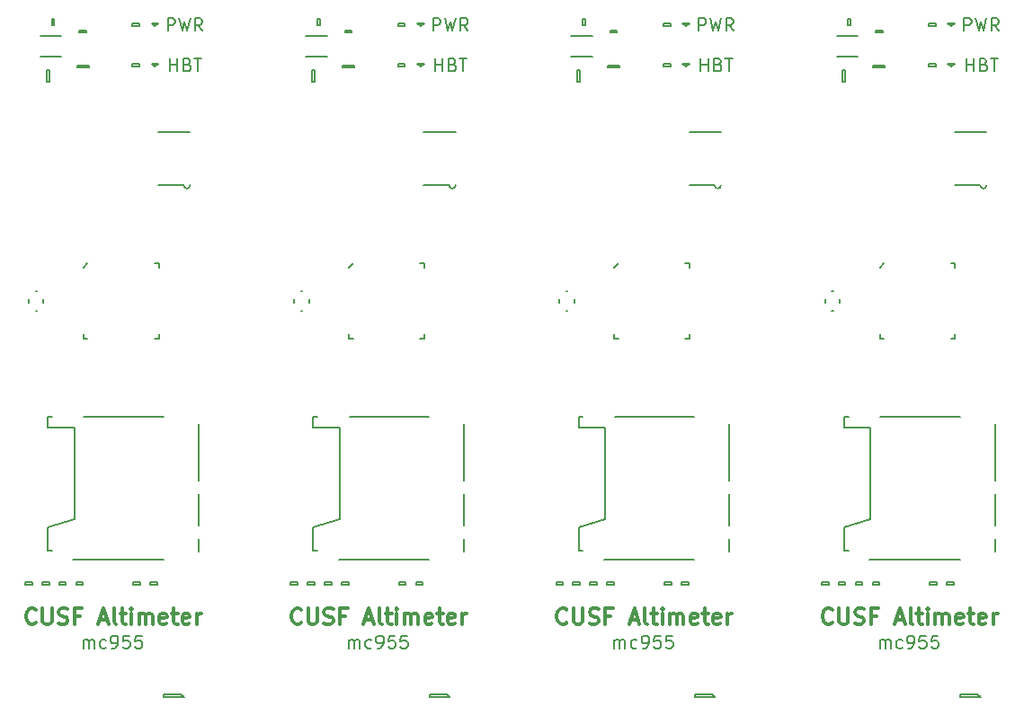
<source format=gto>
G04 #@! TF.GenerationSoftware,KiCad,Pcbnew,no-vcs-found-835c19f~60~ubuntu16.04.1*
G04 #@! TF.CreationDate,2017-10-18T23:44:36+01:00*
G04 #@! TF.ProjectId,panel_altimeter,70616E656C5F616C74696D657465722E,rev?*
G04 #@! TF.SameCoordinates,Original*
G04 #@! TF.FileFunction,Legend,Top*
G04 #@! TF.FilePolarity,Positive*
%FSLAX46Y46*%
G04 Gerber Fmt 4.6, Leading zero omitted, Abs format (unit mm)*
G04 Created by KiCad (PCBNEW no-vcs-found-835c19f~60~ubuntu16.04.1) date Wed Oct 18 23:44:36 2017*
%MOMM*%
%LPD*%
G01*
G04 APERTURE LIST*
%ADD10C,0.300000*%
%ADD11C,0.200000*%
%ADD12C,0.150000*%
G04 APERTURE END LIST*
D10*
X99778571Y-95335714D02*
X99707142Y-95407142D01*
X99492857Y-95478571D01*
X99350000Y-95478571D01*
X99135714Y-95407142D01*
X98992857Y-95264285D01*
X98921428Y-95121428D01*
X98850000Y-94835714D01*
X98850000Y-94621428D01*
X98921428Y-94335714D01*
X98992857Y-94192857D01*
X99135714Y-94050000D01*
X99350000Y-93978571D01*
X99492857Y-93978571D01*
X99707142Y-94050000D01*
X99778571Y-94121428D01*
X100421428Y-93978571D02*
X100421428Y-95192857D01*
X100492857Y-95335714D01*
X100564285Y-95407142D01*
X100707142Y-95478571D01*
X100992857Y-95478571D01*
X101135714Y-95407142D01*
X101207142Y-95335714D01*
X101278571Y-95192857D01*
X101278571Y-93978571D01*
X101921428Y-95407142D02*
X102135714Y-95478571D01*
X102492857Y-95478571D01*
X102635714Y-95407142D01*
X102707142Y-95335714D01*
X102778571Y-95192857D01*
X102778571Y-95050000D01*
X102707142Y-94907142D01*
X102635714Y-94835714D01*
X102492857Y-94764285D01*
X102207142Y-94692857D01*
X102064285Y-94621428D01*
X101992857Y-94550000D01*
X101921428Y-94407142D01*
X101921428Y-94264285D01*
X101992857Y-94121428D01*
X102064285Y-94050000D01*
X102207142Y-93978571D01*
X102564285Y-93978571D01*
X102778571Y-94050000D01*
X103921428Y-94692857D02*
X103421428Y-94692857D01*
X103421428Y-95478571D02*
X103421428Y-93978571D01*
X104135714Y-93978571D01*
X105778571Y-95050000D02*
X106492857Y-95050000D01*
X105635714Y-95478571D02*
X106135714Y-93978571D01*
X106635714Y-95478571D01*
X107350000Y-95478571D02*
X107207142Y-95407142D01*
X107135714Y-95264285D01*
X107135714Y-93978571D01*
X107707142Y-94478571D02*
X108278571Y-94478571D01*
X107921428Y-93978571D02*
X107921428Y-95264285D01*
X107992857Y-95407142D01*
X108135714Y-95478571D01*
X108278571Y-95478571D01*
X108778571Y-95478571D02*
X108778571Y-94478571D01*
X108778571Y-93978571D02*
X108707142Y-94050000D01*
X108778571Y-94121428D01*
X108850000Y-94050000D01*
X108778571Y-93978571D01*
X108778571Y-94121428D01*
X109492857Y-95478571D02*
X109492857Y-94478571D01*
X109492857Y-94621428D02*
X109564285Y-94550000D01*
X109707142Y-94478571D01*
X109921428Y-94478571D01*
X110064285Y-94550000D01*
X110135714Y-94692857D01*
X110135714Y-95478571D01*
X110135714Y-94692857D02*
X110207142Y-94550000D01*
X110350000Y-94478571D01*
X110564285Y-94478571D01*
X110707142Y-94550000D01*
X110778571Y-94692857D01*
X110778571Y-95478571D01*
X112064285Y-95407142D02*
X111921428Y-95478571D01*
X111635714Y-95478571D01*
X111492857Y-95407142D01*
X111421428Y-95264285D01*
X111421428Y-94692857D01*
X111492857Y-94550000D01*
X111635714Y-94478571D01*
X111921428Y-94478571D01*
X112064285Y-94550000D01*
X112135714Y-94692857D01*
X112135714Y-94835714D01*
X111421428Y-94978571D01*
X112564285Y-94478571D02*
X113135714Y-94478571D01*
X112778571Y-93978571D02*
X112778571Y-95264285D01*
X112850000Y-95407142D01*
X112992857Y-95478571D01*
X113135714Y-95478571D01*
X114207142Y-95407142D02*
X114064285Y-95478571D01*
X113778571Y-95478571D01*
X113635714Y-95407142D01*
X113564285Y-95264285D01*
X113564285Y-94692857D01*
X113635714Y-94550000D01*
X113778571Y-94478571D01*
X114064285Y-94478571D01*
X114207142Y-94550000D01*
X114278571Y-94692857D01*
X114278571Y-94835714D01*
X113564285Y-94978571D01*
X114921428Y-95478571D02*
X114921428Y-94478571D01*
X114921428Y-94764285D02*
X114992857Y-94621428D01*
X115064285Y-94550000D01*
X115207142Y-94478571D01*
X115350000Y-94478571D01*
D11*
X104257142Y-97742857D02*
X104257142Y-96942857D01*
X104257142Y-97057142D02*
X104314285Y-97000000D01*
X104428571Y-96942857D01*
X104600000Y-96942857D01*
X104714285Y-97000000D01*
X104771428Y-97114285D01*
X104771428Y-97742857D01*
X104771428Y-97114285D02*
X104828571Y-97000000D01*
X104942857Y-96942857D01*
X105114285Y-96942857D01*
X105228571Y-97000000D01*
X105285714Y-97114285D01*
X105285714Y-97742857D01*
X106371428Y-97685714D02*
X106257142Y-97742857D01*
X106028571Y-97742857D01*
X105914285Y-97685714D01*
X105857142Y-97628571D01*
X105800000Y-97514285D01*
X105800000Y-97171428D01*
X105857142Y-97057142D01*
X105914285Y-97000000D01*
X106028571Y-96942857D01*
X106257142Y-96942857D01*
X106371428Y-97000000D01*
X106942857Y-97742857D02*
X107171428Y-97742857D01*
X107285714Y-97685714D01*
X107342857Y-97628571D01*
X107457142Y-97457142D01*
X107514285Y-97228571D01*
X107514285Y-96771428D01*
X107457142Y-96657142D01*
X107400000Y-96600000D01*
X107285714Y-96542857D01*
X107057142Y-96542857D01*
X106942857Y-96600000D01*
X106885714Y-96657142D01*
X106828571Y-96771428D01*
X106828571Y-97057142D01*
X106885714Y-97171428D01*
X106942857Y-97228571D01*
X107057142Y-97285714D01*
X107285714Y-97285714D01*
X107400000Y-97228571D01*
X107457142Y-97171428D01*
X107514285Y-97057142D01*
X108600000Y-96542857D02*
X108028571Y-96542857D01*
X107971428Y-97114285D01*
X108028571Y-97057142D01*
X108142857Y-97000000D01*
X108428571Y-97000000D01*
X108542857Y-97057142D01*
X108600000Y-97114285D01*
X108657142Y-97228571D01*
X108657142Y-97514285D01*
X108600000Y-97628571D01*
X108542857Y-97685714D01*
X108428571Y-97742857D01*
X108142857Y-97742857D01*
X108028571Y-97685714D01*
X107971428Y-97628571D01*
X109742857Y-96542857D02*
X109171428Y-96542857D01*
X109114285Y-97114285D01*
X109171428Y-97057142D01*
X109285714Y-97000000D01*
X109571428Y-97000000D01*
X109685714Y-97057142D01*
X109742857Y-97114285D01*
X109800000Y-97228571D01*
X109800000Y-97514285D01*
X109742857Y-97628571D01*
X109685714Y-97685714D01*
X109571428Y-97742857D01*
X109285714Y-97742857D01*
X109171428Y-97685714D01*
X109114285Y-97628571D01*
X112400000Y-43342857D02*
X112400000Y-42142857D01*
X112400000Y-42714285D02*
X113085714Y-42714285D01*
X113085714Y-43342857D02*
X113085714Y-42142857D01*
X114057142Y-42714285D02*
X114228571Y-42771428D01*
X114285714Y-42828571D01*
X114342857Y-42942857D01*
X114342857Y-43114285D01*
X114285714Y-43228571D01*
X114228571Y-43285714D01*
X114114285Y-43342857D01*
X113657142Y-43342857D01*
X113657142Y-42142857D01*
X114057142Y-42142857D01*
X114171428Y-42200000D01*
X114228571Y-42257142D01*
X114285714Y-42371428D01*
X114285714Y-42485714D01*
X114228571Y-42600000D01*
X114171428Y-42657142D01*
X114057142Y-42714285D01*
X113657142Y-42714285D01*
X114685714Y-42142857D02*
X115371428Y-42142857D01*
X115028571Y-43342857D02*
X115028571Y-42142857D01*
X112200000Y-39542857D02*
X112200000Y-38342857D01*
X112657142Y-38342857D01*
X112771428Y-38400000D01*
X112828571Y-38457142D01*
X112885714Y-38571428D01*
X112885714Y-38742857D01*
X112828571Y-38857142D01*
X112771428Y-38914285D01*
X112657142Y-38971428D01*
X112200000Y-38971428D01*
X113285714Y-38342857D02*
X113571428Y-39542857D01*
X113800000Y-38685714D01*
X114028571Y-39542857D01*
X114314285Y-38342857D01*
X115457142Y-39542857D02*
X115057142Y-38971428D01*
X114771428Y-39542857D02*
X114771428Y-38342857D01*
X115228571Y-38342857D01*
X115342857Y-38400000D01*
X115400000Y-38457142D01*
X115457142Y-38571428D01*
X115457142Y-38742857D01*
X115400000Y-38857142D01*
X115342857Y-38914285D01*
X115228571Y-38971428D01*
X114771428Y-38971428D01*
D10*
X74778571Y-95335714D02*
X74707142Y-95407142D01*
X74492857Y-95478571D01*
X74350000Y-95478571D01*
X74135714Y-95407142D01*
X73992857Y-95264285D01*
X73921428Y-95121428D01*
X73850000Y-94835714D01*
X73850000Y-94621428D01*
X73921428Y-94335714D01*
X73992857Y-94192857D01*
X74135714Y-94050000D01*
X74350000Y-93978571D01*
X74492857Y-93978571D01*
X74707142Y-94050000D01*
X74778571Y-94121428D01*
X75421428Y-93978571D02*
X75421428Y-95192857D01*
X75492857Y-95335714D01*
X75564285Y-95407142D01*
X75707142Y-95478571D01*
X75992857Y-95478571D01*
X76135714Y-95407142D01*
X76207142Y-95335714D01*
X76278571Y-95192857D01*
X76278571Y-93978571D01*
X76921428Y-95407142D02*
X77135714Y-95478571D01*
X77492857Y-95478571D01*
X77635714Y-95407142D01*
X77707142Y-95335714D01*
X77778571Y-95192857D01*
X77778571Y-95050000D01*
X77707142Y-94907142D01*
X77635714Y-94835714D01*
X77492857Y-94764285D01*
X77207142Y-94692857D01*
X77064285Y-94621428D01*
X76992857Y-94550000D01*
X76921428Y-94407142D01*
X76921428Y-94264285D01*
X76992857Y-94121428D01*
X77064285Y-94050000D01*
X77207142Y-93978571D01*
X77564285Y-93978571D01*
X77778571Y-94050000D01*
X78921428Y-94692857D02*
X78421428Y-94692857D01*
X78421428Y-95478571D02*
X78421428Y-93978571D01*
X79135714Y-93978571D01*
X80778571Y-95050000D02*
X81492857Y-95050000D01*
X80635714Y-95478571D02*
X81135714Y-93978571D01*
X81635714Y-95478571D01*
X82350000Y-95478571D02*
X82207142Y-95407142D01*
X82135714Y-95264285D01*
X82135714Y-93978571D01*
X82707142Y-94478571D02*
X83278571Y-94478571D01*
X82921428Y-93978571D02*
X82921428Y-95264285D01*
X82992857Y-95407142D01*
X83135714Y-95478571D01*
X83278571Y-95478571D01*
X83778571Y-95478571D02*
X83778571Y-94478571D01*
X83778571Y-93978571D02*
X83707142Y-94050000D01*
X83778571Y-94121428D01*
X83850000Y-94050000D01*
X83778571Y-93978571D01*
X83778571Y-94121428D01*
X84492857Y-95478571D02*
X84492857Y-94478571D01*
X84492857Y-94621428D02*
X84564285Y-94550000D01*
X84707142Y-94478571D01*
X84921428Y-94478571D01*
X85064285Y-94550000D01*
X85135714Y-94692857D01*
X85135714Y-95478571D01*
X85135714Y-94692857D02*
X85207142Y-94550000D01*
X85350000Y-94478571D01*
X85564285Y-94478571D01*
X85707142Y-94550000D01*
X85778571Y-94692857D01*
X85778571Y-95478571D01*
X87064285Y-95407142D02*
X86921428Y-95478571D01*
X86635714Y-95478571D01*
X86492857Y-95407142D01*
X86421428Y-95264285D01*
X86421428Y-94692857D01*
X86492857Y-94550000D01*
X86635714Y-94478571D01*
X86921428Y-94478571D01*
X87064285Y-94550000D01*
X87135714Y-94692857D01*
X87135714Y-94835714D01*
X86421428Y-94978571D01*
X87564285Y-94478571D02*
X88135714Y-94478571D01*
X87778571Y-93978571D02*
X87778571Y-95264285D01*
X87850000Y-95407142D01*
X87992857Y-95478571D01*
X88135714Y-95478571D01*
X89207142Y-95407142D02*
X89064285Y-95478571D01*
X88778571Y-95478571D01*
X88635714Y-95407142D01*
X88564285Y-95264285D01*
X88564285Y-94692857D01*
X88635714Y-94550000D01*
X88778571Y-94478571D01*
X89064285Y-94478571D01*
X89207142Y-94550000D01*
X89278571Y-94692857D01*
X89278571Y-94835714D01*
X88564285Y-94978571D01*
X89921428Y-95478571D02*
X89921428Y-94478571D01*
X89921428Y-94764285D02*
X89992857Y-94621428D01*
X90064285Y-94550000D01*
X90207142Y-94478571D01*
X90350000Y-94478571D01*
D11*
X79257142Y-97742857D02*
X79257142Y-96942857D01*
X79257142Y-97057142D02*
X79314285Y-97000000D01*
X79428571Y-96942857D01*
X79600000Y-96942857D01*
X79714285Y-97000000D01*
X79771428Y-97114285D01*
X79771428Y-97742857D01*
X79771428Y-97114285D02*
X79828571Y-97000000D01*
X79942857Y-96942857D01*
X80114285Y-96942857D01*
X80228571Y-97000000D01*
X80285714Y-97114285D01*
X80285714Y-97742857D01*
X81371428Y-97685714D02*
X81257142Y-97742857D01*
X81028571Y-97742857D01*
X80914285Y-97685714D01*
X80857142Y-97628571D01*
X80800000Y-97514285D01*
X80800000Y-97171428D01*
X80857142Y-97057142D01*
X80914285Y-97000000D01*
X81028571Y-96942857D01*
X81257142Y-96942857D01*
X81371428Y-97000000D01*
X81942857Y-97742857D02*
X82171428Y-97742857D01*
X82285714Y-97685714D01*
X82342857Y-97628571D01*
X82457142Y-97457142D01*
X82514285Y-97228571D01*
X82514285Y-96771428D01*
X82457142Y-96657142D01*
X82400000Y-96600000D01*
X82285714Y-96542857D01*
X82057142Y-96542857D01*
X81942857Y-96600000D01*
X81885714Y-96657142D01*
X81828571Y-96771428D01*
X81828571Y-97057142D01*
X81885714Y-97171428D01*
X81942857Y-97228571D01*
X82057142Y-97285714D01*
X82285714Y-97285714D01*
X82400000Y-97228571D01*
X82457142Y-97171428D01*
X82514285Y-97057142D01*
X83600000Y-96542857D02*
X83028571Y-96542857D01*
X82971428Y-97114285D01*
X83028571Y-97057142D01*
X83142857Y-97000000D01*
X83428571Y-97000000D01*
X83542857Y-97057142D01*
X83600000Y-97114285D01*
X83657142Y-97228571D01*
X83657142Y-97514285D01*
X83600000Y-97628571D01*
X83542857Y-97685714D01*
X83428571Y-97742857D01*
X83142857Y-97742857D01*
X83028571Y-97685714D01*
X82971428Y-97628571D01*
X84742857Y-96542857D02*
X84171428Y-96542857D01*
X84114285Y-97114285D01*
X84171428Y-97057142D01*
X84285714Y-97000000D01*
X84571428Y-97000000D01*
X84685714Y-97057142D01*
X84742857Y-97114285D01*
X84800000Y-97228571D01*
X84800000Y-97514285D01*
X84742857Y-97628571D01*
X84685714Y-97685714D01*
X84571428Y-97742857D01*
X84285714Y-97742857D01*
X84171428Y-97685714D01*
X84114285Y-97628571D01*
X87400000Y-43342857D02*
X87400000Y-42142857D01*
X87400000Y-42714285D02*
X88085714Y-42714285D01*
X88085714Y-43342857D02*
X88085714Y-42142857D01*
X89057142Y-42714285D02*
X89228571Y-42771428D01*
X89285714Y-42828571D01*
X89342857Y-42942857D01*
X89342857Y-43114285D01*
X89285714Y-43228571D01*
X89228571Y-43285714D01*
X89114285Y-43342857D01*
X88657142Y-43342857D01*
X88657142Y-42142857D01*
X89057142Y-42142857D01*
X89171428Y-42200000D01*
X89228571Y-42257142D01*
X89285714Y-42371428D01*
X89285714Y-42485714D01*
X89228571Y-42600000D01*
X89171428Y-42657142D01*
X89057142Y-42714285D01*
X88657142Y-42714285D01*
X89685714Y-42142857D02*
X90371428Y-42142857D01*
X90028571Y-43342857D02*
X90028571Y-42142857D01*
X87200000Y-39542857D02*
X87200000Y-38342857D01*
X87657142Y-38342857D01*
X87771428Y-38400000D01*
X87828571Y-38457142D01*
X87885714Y-38571428D01*
X87885714Y-38742857D01*
X87828571Y-38857142D01*
X87771428Y-38914285D01*
X87657142Y-38971428D01*
X87200000Y-38971428D01*
X88285714Y-38342857D02*
X88571428Y-39542857D01*
X88800000Y-38685714D01*
X89028571Y-39542857D01*
X89314285Y-38342857D01*
X90457142Y-39542857D02*
X90057142Y-38971428D01*
X89771428Y-39542857D02*
X89771428Y-38342857D01*
X90228571Y-38342857D01*
X90342857Y-38400000D01*
X90400000Y-38457142D01*
X90457142Y-38571428D01*
X90457142Y-38742857D01*
X90400000Y-38857142D01*
X90342857Y-38914285D01*
X90228571Y-38971428D01*
X89771428Y-38971428D01*
X62400000Y-43342857D02*
X62400000Y-42142857D01*
X62400000Y-42714285D02*
X63085714Y-42714285D01*
X63085714Y-43342857D02*
X63085714Y-42142857D01*
X64057142Y-42714285D02*
X64228571Y-42771428D01*
X64285714Y-42828571D01*
X64342857Y-42942857D01*
X64342857Y-43114285D01*
X64285714Y-43228571D01*
X64228571Y-43285714D01*
X64114285Y-43342857D01*
X63657142Y-43342857D01*
X63657142Y-42142857D01*
X64057142Y-42142857D01*
X64171428Y-42200000D01*
X64228571Y-42257142D01*
X64285714Y-42371428D01*
X64285714Y-42485714D01*
X64228571Y-42600000D01*
X64171428Y-42657142D01*
X64057142Y-42714285D01*
X63657142Y-42714285D01*
X64685714Y-42142857D02*
X65371428Y-42142857D01*
X65028571Y-43342857D02*
X65028571Y-42142857D01*
X62200000Y-39542857D02*
X62200000Y-38342857D01*
X62657142Y-38342857D01*
X62771428Y-38400000D01*
X62828571Y-38457142D01*
X62885714Y-38571428D01*
X62885714Y-38742857D01*
X62828571Y-38857142D01*
X62771428Y-38914285D01*
X62657142Y-38971428D01*
X62200000Y-38971428D01*
X63285714Y-38342857D02*
X63571428Y-39542857D01*
X63800000Y-38685714D01*
X64028571Y-39542857D01*
X64314285Y-38342857D01*
X65457142Y-39542857D02*
X65057142Y-38971428D01*
X64771428Y-39542857D02*
X64771428Y-38342857D01*
X65228571Y-38342857D01*
X65342857Y-38400000D01*
X65400000Y-38457142D01*
X65457142Y-38571428D01*
X65457142Y-38742857D01*
X65400000Y-38857142D01*
X65342857Y-38914285D01*
X65228571Y-38971428D01*
X64771428Y-38971428D01*
X54257142Y-97742857D02*
X54257142Y-96942857D01*
X54257142Y-97057142D02*
X54314285Y-97000000D01*
X54428571Y-96942857D01*
X54600000Y-96942857D01*
X54714285Y-97000000D01*
X54771428Y-97114285D01*
X54771428Y-97742857D01*
X54771428Y-97114285D02*
X54828571Y-97000000D01*
X54942857Y-96942857D01*
X55114285Y-96942857D01*
X55228571Y-97000000D01*
X55285714Y-97114285D01*
X55285714Y-97742857D01*
X56371428Y-97685714D02*
X56257142Y-97742857D01*
X56028571Y-97742857D01*
X55914285Y-97685714D01*
X55857142Y-97628571D01*
X55800000Y-97514285D01*
X55800000Y-97171428D01*
X55857142Y-97057142D01*
X55914285Y-97000000D01*
X56028571Y-96942857D01*
X56257142Y-96942857D01*
X56371428Y-97000000D01*
X56942857Y-97742857D02*
X57171428Y-97742857D01*
X57285714Y-97685714D01*
X57342857Y-97628571D01*
X57457142Y-97457142D01*
X57514285Y-97228571D01*
X57514285Y-96771428D01*
X57457142Y-96657142D01*
X57400000Y-96600000D01*
X57285714Y-96542857D01*
X57057142Y-96542857D01*
X56942857Y-96600000D01*
X56885714Y-96657142D01*
X56828571Y-96771428D01*
X56828571Y-97057142D01*
X56885714Y-97171428D01*
X56942857Y-97228571D01*
X57057142Y-97285714D01*
X57285714Y-97285714D01*
X57400000Y-97228571D01*
X57457142Y-97171428D01*
X57514285Y-97057142D01*
X58600000Y-96542857D02*
X58028571Y-96542857D01*
X57971428Y-97114285D01*
X58028571Y-97057142D01*
X58142857Y-97000000D01*
X58428571Y-97000000D01*
X58542857Y-97057142D01*
X58600000Y-97114285D01*
X58657142Y-97228571D01*
X58657142Y-97514285D01*
X58600000Y-97628571D01*
X58542857Y-97685714D01*
X58428571Y-97742857D01*
X58142857Y-97742857D01*
X58028571Y-97685714D01*
X57971428Y-97628571D01*
X59742857Y-96542857D02*
X59171428Y-96542857D01*
X59114285Y-97114285D01*
X59171428Y-97057142D01*
X59285714Y-97000000D01*
X59571428Y-97000000D01*
X59685714Y-97057142D01*
X59742857Y-97114285D01*
X59800000Y-97228571D01*
X59800000Y-97514285D01*
X59742857Y-97628571D01*
X59685714Y-97685714D01*
X59571428Y-97742857D01*
X59285714Y-97742857D01*
X59171428Y-97685714D01*
X59114285Y-97628571D01*
D10*
X49778571Y-95335714D02*
X49707142Y-95407142D01*
X49492857Y-95478571D01*
X49350000Y-95478571D01*
X49135714Y-95407142D01*
X48992857Y-95264285D01*
X48921428Y-95121428D01*
X48850000Y-94835714D01*
X48850000Y-94621428D01*
X48921428Y-94335714D01*
X48992857Y-94192857D01*
X49135714Y-94050000D01*
X49350000Y-93978571D01*
X49492857Y-93978571D01*
X49707142Y-94050000D01*
X49778571Y-94121428D01*
X50421428Y-93978571D02*
X50421428Y-95192857D01*
X50492857Y-95335714D01*
X50564285Y-95407142D01*
X50707142Y-95478571D01*
X50992857Y-95478571D01*
X51135714Y-95407142D01*
X51207142Y-95335714D01*
X51278571Y-95192857D01*
X51278571Y-93978571D01*
X51921428Y-95407142D02*
X52135714Y-95478571D01*
X52492857Y-95478571D01*
X52635714Y-95407142D01*
X52707142Y-95335714D01*
X52778571Y-95192857D01*
X52778571Y-95050000D01*
X52707142Y-94907142D01*
X52635714Y-94835714D01*
X52492857Y-94764285D01*
X52207142Y-94692857D01*
X52064285Y-94621428D01*
X51992857Y-94550000D01*
X51921428Y-94407142D01*
X51921428Y-94264285D01*
X51992857Y-94121428D01*
X52064285Y-94050000D01*
X52207142Y-93978571D01*
X52564285Y-93978571D01*
X52778571Y-94050000D01*
X53921428Y-94692857D02*
X53421428Y-94692857D01*
X53421428Y-95478571D02*
X53421428Y-93978571D01*
X54135714Y-93978571D01*
X55778571Y-95050000D02*
X56492857Y-95050000D01*
X55635714Y-95478571D02*
X56135714Y-93978571D01*
X56635714Y-95478571D01*
X57350000Y-95478571D02*
X57207142Y-95407142D01*
X57135714Y-95264285D01*
X57135714Y-93978571D01*
X57707142Y-94478571D02*
X58278571Y-94478571D01*
X57921428Y-93978571D02*
X57921428Y-95264285D01*
X57992857Y-95407142D01*
X58135714Y-95478571D01*
X58278571Y-95478571D01*
X58778571Y-95478571D02*
X58778571Y-94478571D01*
X58778571Y-93978571D02*
X58707142Y-94050000D01*
X58778571Y-94121428D01*
X58850000Y-94050000D01*
X58778571Y-93978571D01*
X58778571Y-94121428D01*
X59492857Y-95478571D02*
X59492857Y-94478571D01*
X59492857Y-94621428D02*
X59564285Y-94550000D01*
X59707142Y-94478571D01*
X59921428Y-94478571D01*
X60064285Y-94550000D01*
X60135714Y-94692857D01*
X60135714Y-95478571D01*
X60135714Y-94692857D02*
X60207142Y-94550000D01*
X60350000Y-94478571D01*
X60564285Y-94478571D01*
X60707142Y-94550000D01*
X60778571Y-94692857D01*
X60778571Y-95478571D01*
X62064285Y-95407142D02*
X61921428Y-95478571D01*
X61635714Y-95478571D01*
X61492857Y-95407142D01*
X61421428Y-95264285D01*
X61421428Y-94692857D01*
X61492857Y-94550000D01*
X61635714Y-94478571D01*
X61921428Y-94478571D01*
X62064285Y-94550000D01*
X62135714Y-94692857D01*
X62135714Y-94835714D01*
X61421428Y-94978571D01*
X62564285Y-94478571D02*
X63135714Y-94478571D01*
X62778571Y-93978571D02*
X62778571Y-95264285D01*
X62850000Y-95407142D01*
X62992857Y-95478571D01*
X63135714Y-95478571D01*
X64207142Y-95407142D02*
X64064285Y-95478571D01*
X63778571Y-95478571D01*
X63635714Y-95407142D01*
X63564285Y-95264285D01*
X63564285Y-94692857D01*
X63635714Y-94550000D01*
X63778571Y-94478571D01*
X64064285Y-94478571D01*
X64207142Y-94550000D01*
X64278571Y-94692857D01*
X64278571Y-94835714D01*
X63564285Y-94978571D01*
X64921428Y-95478571D02*
X64921428Y-94478571D01*
X64921428Y-94764285D02*
X64992857Y-94621428D01*
X65064285Y-94550000D01*
X65207142Y-94478571D01*
X65350000Y-94478571D01*
X24778571Y-95335714D02*
X24707142Y-95407142D01*
X24492857Y-95478571D01*
X24350000Y-95478571D01*
X24135714Y-95407142D01*
X23992857Y-95264285D01*
X23921428Y-95121428D01*
X23850000Y-94835714D01*
X23850000Y-94621428D01*
X23921428Y-94335714D01*
X23992857Y-94192857D01*
X24135714Y-94050000D01*
X24350000Y-93978571D01*
X24492857Y-93978571D01*
X24707142Y-94050000D01*
X24778571Y-94121428D01*
X25421428Y-93978571D02*
X25421428Y-95192857D01*
X25492857Y-95335714D01*
X25564285Y-95407142D01*
X25707142Y-95478571D01*
X25992857Y-95478571D01*
X26135714Y-95407142D01*
X26207142Y-95335714D01*
X26278571Y-95192857D01*
X26278571Y-93978571D01*
X26921428Y-95407142D02*
X27135714Y-95478571D01*
X27492857Y-95478571D01*
X27635714Y-95407142D01*
X27707142Y-95335714D01*
X27778571Y-95192857D01*
X27778571Y-95050000D01*
X27707142Y-94907142D01*
X27635714Y-94835714D01*
X27492857Y-94764285D01*
X27207142Y-94692857D01*
X27064285Y-94621428D01*
X26992857Y-94550000D01*
X26921428Y-94407142D01*
X26921428Y-94264285D01*
X26992857Y-94121428D01*
X27064285Y-94050000D01*
X27207142Y-93978571D01*
X27564285Y-93978571D01*
X27778571Y-94050000D01*
X28921428Y-94692857D02*
X28421428Y-94692857D01*
X28421428Y-95478571D02*
X28421428Y-93978571D01*
X29135714Y-93978571D01*
X30778571Y-95050000D02*
X31492857Y-95050000D01*
X30635714Y-95478571D02*
X31135714Y-93978571D01*
X31635714Y-95478571D01*
X32350000Y-95478571D02*
X32207142Y-95407142D01*
X32135714Y-95264285D01*
X32135714Y-93978571D01*
X32707142Y-94478571D02*
X33278571Y-94478571D01*
X32921428Y-93978571D02*
X32921428Y-95264285D01*
X32992857Y-95407142D01*
X33135714Y-95478571D01*
X33278571Y-95478571D01*
X33778571Y-95478571D02*
X33778571Y-94478571D01*
X33778571Y-93978571D02*
X33707142Y-94050000D01*
X33778571Y-94121428D01*
X33850000Y-94050000D01*
X33778571Y-93978571D01*
X33778571Y-94121428D01*
X34492857Y-95478571D02*
X34492857Y-94478571D01*
X34492857Y-94621428D02*
X34564285Y-94550000D01*
X34707142Y-94478571D01*
X34921428Y-94478571D01*
X35064285Y-94550000D01*
X35135714Y-94692857D01*
X35135714Y-95478571D01*
X35135714Y-94692857D02*
X35207142Y-94550000D01*
X35350000Y-94478571D01*
X35564285Y-94478571D01*
X35707142Y-94550000D01*
X35778571Y-94692857D01*
X35778571Y-95478571D01*
X37064285Y-95407142D02*
X36921428Y-95478571D01*
X36635714Y-95478571D01*
X36492857Y-95407142D01*
X36421428Y-95264285D01*
X36421428Y-94692857D01*
X36492857Y-94550000D01*
X36635714Y-94478571D01*
X36921428Y-94478571D01*
X37064285Y-94550000D01*
X37135714Y-94692857D01*
X37135714Y-94835714D01*
X36421428Y-94978571D01*
X37564285Y-94478571D02*
X38135714Y-94478571D01*
X37778571Y-93978571D02*
X37778571Y-95264285D01*
X37850000Y-95407142D01*
X37992857Y-95478571D01*
X38135714Y-95478571D01*
X39207142Y-95407142D02*
X39064285Y-95478571D01*
X38778571Y-95478571D01*
X38635714Y-95407142D01*
X38564285Y-95264285D01*
X38564285Y-94692857D01*
X38635714Y-94550000D01*
X38778571Y-94478571D01*
X39064285Y-94478571D01*
X39207142Y-94550000D01*
X39278571Y-94692857D01*
X39278571Y-94835714D01*
X38564285Y-94978571D01*
X39921428Y-95478571D02*
X39921428Y-94478571D01*
X39921428Y-94764285D02*
X39992857Y-94621428D01*
X40064285Y-94550000D01*
X40207142Y-94478571D01*
X40350000Y-94478571D01*
D11*
X29257142Y-97742857D02*
X29257142Y-96942857D01*
X29257142Y-97057142D02*
X29314285Y-97000000D01*
X29428571Y-96942857D01*
X29600000Y-96942857D01*
X29714285Y-97000000D01*
X29771428Y-97114285D01*
X29771428Y-97742857D01*
X29771428Y-97114285D02*
X29828571Y-97000000D01*
X29942857Y-96942857D01*
X30114285Y-96942857D01*
X30228571Y-97000000D01*
X30285714Y-97114285D01*
X30285714Y-97742857D01*
X31371428Y-97685714D02*
X31257142Y-97742857D01*
X31028571Y-97742857D01*
X30914285Y-97685714D01*
X30857142Y-97628571D01*
X30800000Y-97514285D01*
X30800000Y-97171428D01*
X30857142Y-97057142D01*
X30914285Y-97000000D01*
X31028571Y-96942857D01*
X31257142Y-96942857D01*
X31371428Y-97000000D01*
X31942857Y-97742857D02*
X32171428Y-97742857D01*
X32285714Y-97685714D01*
X32342857Y-97628571D01*
X32457142Y-97457142D01*
X32514285Y-97228571D01*
X32514285Y-96771428D01*
X32457142Y-96657142D01*
X32400000Y-96600000D01*
X32285714Y-96542857D01*
X32057142Y-96542857D01*
X31942857Y-96600000D01*
X31885714Y-96657142D01*
X31828571Y-96771428D01*
X31828571Y-97057142D01*
X31885714Y-97171428D01*
X31942857Y-97228571D01*
X32057142Y-97285714D01*
X32285714Y-97285714D01*
X32400000Y-97228571D01*
X32457142Y-97171428D01*
X32514285Y-97057142D01*
X33600000Y-96542857D02*
X33028571Y-96542857D01*
X32971428Y-97114285D01*
X33028571Y-97057142D01*
X33142857Y-97000000D01*
X33428571Y-97000000D01*
X33542857Y-97057142D01*
X33600000Y-97114285D01*
X33657142Y-97228571D01*
X33657142Y-97514285D01*
X33600000Y-97628571D01*
X33542857Y-97685714D01*
X33428571Y-97742857D01*
X33142857Y-97742857D01*
X33028571Y-97685714D01*
X32971428Y-97628571D01*
X34742857Y-96542857D02*
X34171428Y-96542857D01*
X34114285Y-97114285D01*
X34171428Y-97057142D01*
X34285714Y-97000000D01*
X34571428Y-97000000D01*
X34685714Y-97057142D01*
X34742857Y-97114285D01*
X34800000Y-97228571D01*
X34800000Y-97514285D01*
X34742857Y-97628571D01*
X34685714Y-97685714D01*
X34571428Y-97742857D01*
X34285714Y-97742857D01*
X34171428Y-97685714D01*
X34114285Y-97628571D01*
X37200000Y-39542857D02*
X37200000Y-38342857D01*
X37657142Y-38342857D01*
X37771428Y-38400000D01*
X37828571Y-38457142D01*
X37885714Y-38571428D01*
X37885714Y-38742857D01*
X37828571Y-38857142D01*
X37771428Y-38914285D01*
X37657142Y-38971428D01*
X37200000Y-38971428D01*
X38285714Y-38342857D02*
X38571428Y-39542857D01*
X38800000Y-38685714D01*
X39028571Y-39542857D01*
X39314285Y-38342857D01*
X40457142Y-39542857D02*
X40057142Y-38971428D01*
X39771428Y-39542857D02*
X39771428Y-38342857D01*
X40228571Y-38342857D01*
X40342857Y-38400000D01*
X40400000Y-38457142D01*
X40457142Y-38571428D01*
X40457142Y-38742857D01*
X40400000Y-38857142D01*
X40342857Y-38914285D01*
X40228571Y-38971428D01*
X39771428Y-38971428D01*
X37400000Y-43342857D02*
X37400000Y-42142857D01*
X37400000Y-42714285D02*
X38085714Y-42714285D01*
X38085714Y-43342857D02*
X38085714Y-42142857D01*
X39057142Y-42714285D02*
X39228571Y-42771428D01*
X39285714Y-42828571D01*
X39342857Y-42942857D01*
X39342857Y-43114285D01*
X39285714Y-43228571D01*
X39228571Y-43285714D01*
X39114285Y-43342857D01*
X38657142Y-43342857D01*
X38657142Y-42142857D01*
X39057142Y-42142857D01*
X39171428Y-42200000D01*
X39228571Y-42257142D01*
X39285714Y-42371428D01*
X39285714Y-42485714D01*
X39228571Y-42600000D01*
X39171428Y-42657142D01*
X39057142Y-42714285D01*
X38657142Y-42714285D01*
X39685714Y-42142857D02*
X40371428Y-42142857D01*
X40028571Y-43342857D02*
X40028571Y-42142857D01*
D12*
X100375000Y-91725000D02*
X100375000Y-91475000D01*
X100375000Y-91475000D02*
X101025000Y-91475000D01*
X101025000Y-91475000D02*
X101025000Y-91725000D01*
X101025000Y-91725000D02*
X100375000Y-91725000D01*
X110575000Y-91725000D02*
X110575000Y-91475000D01*
X110575000Y-91475000D02*
X111225000Y-91475000D01*
X111225000Y-91475000D02*
X111225000Y-91725000D01*
X111225000Y-91725000D02*
X110575000Y-91725000D01*
X111000000Y-42925000D02*
X110675000Y-42675000D01*
X111000000Y-42925000D02*
X111325000Y-42675000D01*
X110675000Y-42675000D02*
X111325000Y-42675000D01*
X98775000Y-91725000D02*
X98775000Y-91475000D01*
X98775000Y-91475000D02*
X99425000Y-91475000D01*
X99425000Y-91475000D02*
X99425000Y-91725000D01*
X99425000Y-91725000D02*
X98775000Y-91725000D01*
X101525000Y-39025000D02*
X101275000Y-39025000D01*
X101275000Y-39025000D02*
X101275000Y-38375000D01*
X101275000Y-38375000D02*
X101525000Y-38375000D01*
X101525000Y-38375000D02*
X101525000Y-39025000D01*
X113700000Y-54100000D02*
G75*
G03X114300000Y-54100000I300000J0D01*
G01*
X114300000Y-49100000D02*
X111300000Y-49100000D01*
X113700000Y-54100000D02*
X111300000Y-54100000D01*
X104750000Y-42775000D02*
X104750000Y-43025000D01*
X104750000Y-43025000D02*
X103650000Y-43025000D01*
X103650000Y-43025000D02*
X103650000Y-42775000D01*
X103650000Y-42775000D02*
X104750000Y-42775000D01*
X109525000Y-38875000D02*
X109525000Y-39125000D01*
X109525000Y-39125000D02*
X108875000Y-39125000D01*
X108875000Y-39125000D02*
X108875000Y-38875000D01*
X108875000Y-38875000D02*
X109525000Y-38875000D01*
X102625000Y-91725000D02*
X101975000Y-91725000D01*
X102625000Y-91475000D02*
X102625000Y-91725000D01*
X101975000Y-91475000D02*
X102625000Y-91475000D01*
X101975000Y-91725000D02*
X101975000Y-91475000D01*
X110675000Y-38875000D02*
X111325000Y-38875000D01*
X111000000Y-39125000D02*
X111325000Y-38875000D01*
X111000000Y-39125000D02*
X110675000Y-38875000D01*
X113450000Y-102050000D02*
X113750000Y-102350000D01*
X111850000Y-102050000D02*
X113450000Y-102050000D01*
X111850000Y-102350000D02*
X111850000Y-102050000D01*
X113750000Y-102350000D02*
X111850000Y-102350000D01*
X113750000Y-102350000D02*
X113750000Y-102350000D01*
X102200000Y-42000000D02*
X100200000Y-42000000D01*
X100200000Y-40000000D02*
X102200000Y-40000000D01*
X104250000Y-68550000D02*
X104250000Y-68150000D01*
X104650000Y-68550000D02*
X104250000Y-68550000D01*
X111350000Y-68550000D02*
X111350000Y-68150000D01*
X110950000Y-68550000D02*
X111350000Y-68550000D01*
X111350000Y-61450000D02*
X111350000Y-61850000D01*
X110950000Y-61450000D02*
X111350000Y-61450000D01*
X104250000Y-61850000D02*
X104650000Y-61450000D01*
X100500000Y-64850000D02*
X100500000Y-65150000D01*
X99750000Y-64100000D02*
X99850000Y-64100000D01*
X99100000Y-64850000D02*
X99100000Y-65150000D01*
X99750000Y-65900000D02*
X99850000Y-65900000D01*
X109625000Y-91725000D02*
X108975000Y-91725000D01*
X109625000Y-91475000D02*
X109625000Y-91725000D01*
X108975000Y-91475000D02*
X109625000Y-91475000D01*
X108975000Y-91725000D02*
X108975000Y-91475000D01*
X104225000Y-91725000D02*
X103575000Y-91725000D01*
X104225000Y-91475000D02*
X104225000Y-91725000D01*
X103575000Y-91475000D02*
X104225000Y-91475000D01*
X103575000Y-91725000D02*
X103575000Y-91475000D01*
X104525000Y-39725000D02*
X103875000Y-39725000D01*
X104525000Y-39475000D02*
X104525000Y-39725000D01*
X103875000Y-39475000D02*
X104525000Y-39475000D01*
X103875000Y-39725000D02*
X103875000Y-39475000D01*
X103300000Y-89400000D02*
X111800000Y-89400000D01*
X104300000Y-75900000D02*
X111800000Y-75900000D01*
X115100000Y-76600000D02*
X115100000Y-81900000D01*
X115100000Y-83200000D02*
X115100000Y-86200000D01*
X115100000Y-87400000D02*
X115100000Y-88600000D01*
X100900000Y-88500000D02*
X101300000Y-88500000D01*
X100900000Y-86300000D02*
X100900000Y-88500000D01*
X100900000Y-86300000D02*
X103400000Y-85600000D01*
X100900000Y-75900000D02*
X101300000Y-75900000D01*
X100900000Y-76900000D02*
X100900000Y-75900000D01*
X103400000Y-76900000D02*
X100900000Y-76900000D01*
X103400000Y-85600000D02*
X103400000Y-76900000D01*
X100775000Y-44350000D02*
X100775000Y-43250000D01*
X101025000Y-44350000D02*
X100775000Y-44350000D01*
X101025000Y-43250000D02*
X101025000Y-44350000D01*
X100775000Y-43250000D02*
X101025000Y-43250000D01*
X109525000Y-42925000D02*
X108875000Y-42925000D01*
X109525000Y-42675000D02*
X109525000Y-42925000D01*
X108875000Y-42675000D02*
X109525000Y-42675000D01*
X108875000Y-42925000D02*
X108875000Y-42675000D01*
X76025000Y-91725000D02*
X75375000Y-91725000D01*
X76025000Y-91475000D02*
X76025000Y-91725000D01*
X75375000Y-91475000D02*
X76025000Y-91475000D01*
X75375000Y-91725000D02*
X75375000Y-91475000D01*
X86225000Y-91725000D02*
X85575000Y-91725000D01*
X86225000Y-91475000D02*
X86225000Y-91725000D01*
X85575000Y-91475000D02*
X86225000Y-91475000D01*
X85575000Y-91725000D02*
X85575000Y-91475000D01*
X85675000Y-42675000D02*
X86325000Y-42675000D01*
X86000000Y-42925000D02*
X86325000Y-42675000D01*
X86000000Y-42925000D02*
X85675000Y-42675000D01*
X74425000Y-91725000D02*
X73775000Y-91725000D01*
X74425000Y-91475000D02*
X74425000Y-91725000D01*
X73775000Y-91475000D02*
X74425000Y-91475000D01*
X73775000Y-91725000D02*
X73775000Y-91475000D01*
X76525000Y-38375000D02*
X76525000Y-39025000D01*
X76275000Y-38375000D02*
X76525000Y-38375000D01*
X76275000Y-39025000D02*
X76275000Y-38375000D01*
X76525000Y-39025000D02*
X76275000Y-39025000D01*
X88700000Y-54100000D02*
X86300000Y-54100000D01*
X89300000Y-49100000D02*
X86300000Y-49100000D01*
X88700000Y-54100000D02*
G75*
G03X89300000Y-54100000I300000J0D01*
G01*
X78650000Y-42775000D02*
X79750000Y-42775000D01*
X78650000Y-43025000D02*
X78650000Y-42775000D01*
X79750000Y-43025000D02*
X78650000Y-43025000D01*
X79750000Y-42775000D02*
X79750000Y-43025000D01*
X83875000Y-38875000D02*
X84525000Y-38875000D01*
X83875000Y-39125000D02*
X83875000Y-38875000D01*
X84525000Y-39125000D02*
X83875000Y-39125000D01*
X84525000Y-38875000D02*
X84525000Y-39125000D01*
X76975000Y-91725000D02*
X76975000Y-91475000D01*
X76975000Y-91475000D02*
X77625000Y-91475000D01*
X77625000Y-91475000D02*
X77625000Y-91725000D01*
X77625000Y-91725000D02*
X76975000Y-91725000D01*
X86000000Y-39125000D02*
X85675000Y-38875000D01*
X86000000Y-39125000D02*
X86325000Y-38875000D01*
X85675000Y-38875000D02*
X86325000Y-38875000D01*
X88750000Y-102350000D02*
X88750000Y-102350000D01*
X88750000Y-102350000D02*
X86850000Y-102350000D01*
X86850000Y-102350000D02*
X86850000Y-102050000D01*
X86850000Y-102050000D02*
X88450000Y-102050000D01*
X88450000Y-102050000D02*
X88750000Y-102350000D01*
X75200000Y-40000000D02*
X77200000Y-40000000D01*
X77200000Y-42000000D02*
X75200000Y-42000000D01*
X79250000Y-61850000D02*
X79650000Y-61450000D01*
X85950000Y-61450000D02*
X86350000Y-61450000D01*
X86350000Y-61450000D02*
X86350000Y-61850000D01*
X85950000Y-68550000D02*
X86350000Y-68550000D01*
X86350000Y-68550000D02*
X86350000Y-68150000D01*
X79650000Y-68550000D02*
X79250000Y-68550000D01*
X79250000Y-68550000D02*
X79250000Y-68150000D01*
X74750000Y-65900000D02*
X74850000Y-65900000D01*
X74100000Y-64850000D02*
X74100000Y-65150000D01*
X74750000Y-64100000D02*
X74850000Y-64100000D01*
X75500000Y-64850000D02*
X75500000Y-65150000D01*
X83975000Y-91725000D02*
X83975000Y-91475000D01*
X83975000Y-91475000D02*
X84625000Y-91475000D01*
X84625000Y-91475000D02*
X84625000Y-91725000D01*
X84625000Y-91725000D02*
X83975000Y-91725000D01*
X78575000Y-91725000D02*
X78575000Y-91475000D01*
X78575000Y-91475000D02*
X79225000Y-91475000D01*
X79225000Y-91475000D02*
X79225000Y-91725000D01*
X79225000Y-91725000D02*
X78575000Y-91725000D01*
X78875000Y-39725000D02*
X78875000Y-39475000D01*
X78875000Y-39475000D02*
X79525000Y-39475000D01*
X79525000Y-39475000D02*
X79525000Y-39725000D01*
X79525000Y-39725000D02*
X78875000Y-39725000D01*
X78400000Y-85600000D02*
X78400000Y-76900000D01*
X78400000Y-76900000D02*
X75900000Y-76900000D01*
X75900000Y-76900000D02*
X75900000Y-75900000D01*
X75900000Y-75900000D02*
X76300000Y-75900000D01*
X75900000Y-86300000D02*
X78400000Y-85600000D01*
X75900000Y-86300000D02*
X75900000Y-88500000D01*
X75900000Y-88500000D02*
X76300000Y-88500000D01*
X90100000Y-87400000D02*
X90100000Y-88600000D01*
X90100000Y-83200000D02*
X90100000Y-86200000D01*
X90100000Y-76600000D02*
X90100000Y-81900000D01*
X79300000Y-75900000D02*
X86800000Y-75900000D01*
X78300000Y-89400000D02*
X86800000Y-89400000D01*
X75775000Y-43250000D02*
X76025000Y-43250000D01*
X76025000Y-43250000D02*
X76025000Y-44350000D01*
X76025000Y-44350000D02*
X75775000Y-44350000D01*
X75775000Y-44350000D02*
X75775000Y-43250000D01*
X83875000Y-42925000D02*
X83875000Y-42675000D01*
X83875000Y-42675000D02*
X84525000Y-42675000D01*
X84525000Y-42675000D02*
X84525000Y-42925000D01*
X84525000Y-42925000D02*
X83875000Y-42925000D01*
X52200000Y-42000000D02*
X50200000Y-42000000D01*
X50200000Y-40000000D02*
X52200000Y-40000000D01*
X54250000Y-68550000D02*
X54250000Y-68150000D01*
X54650000Y-68550000D02*
X54250000Y-68550000D01*
X61350000Y-68550000D02*
X61350000Y-68150000D01*
X60950000Y-68550000D02*
X61350000Y-68550000D01*
X61350000Y-61450000D02*
X61350000Y-61850000D01*
X60950000Y-61450000D02*
X61350000Y-61450000D01*
X54250000Y-61850000D02*
X54650000Y-61450000D01*
X59625000Y-91725000D02*
X58975000Y-91725000D01*
X59625000Y-91475000D02*
X59625000Y-91725000D01*
X58975000Y-91475000D02*
X59625000Y-91475000D01*
X58975000Y-91725000D02*
X58975000Y-91475000D01*
X50500000Y-64850000D02*
X50500000Y-65150000D01*
X49750000Y-64100000D02*
X49850000Y-64100000D01*
X49100000Y-64850000D02*
X49100000Y-65150000D01*
X49750000Y-65900000D02*
X49850000Y-65900000D01*
X54525000Y-39725000D02*
X53875000Y-39725000D01*
X54525000Y-39475000D02*
X54525000Y-39725000D01*
X53875000Y-39475000D02*
X54525000Y-39475000D01*
X53875000Y-39725000D02*
X53875000Y-39475000D01*
X59525000Y-42925000D02*
X58875000Y-42925000D01*
X59525000Y-42675000D02*
X59525000Y-42925000D01*
X58875000Y-42675000D02*
X59525000Y-42675000D01*
X58875000Y-42925000D02*
X58875000Y-42675000D01*
X59525000Y-38875000D02*
X59525000Y-39125000D01*
X59525000Y-39125000D02*
X58875000Y-39125000D01*
X58875000Y-39125000D02*
X58875000Y-38875000D01*
X58875000Y-38875000D02*
X59525000Y-38875000D01*
X51525000Y-39025000D02*
X51275000Y-39025000D01*
X51275000Y-39025000D02*
X51275000Y-38375000D01*
X51275000Y-38375000D02*
X51525000Y-38375000D01*
X51525000Y-38375000D02*
X51525000Y-39025000D01*
X50775000Y-44350000D02*
X50775000Y-43250000D01*
X51025000Y-44350000D02*
X50775000Y-44350000D01*
X51025000Y-43250000D02*
X51025000Y-44350000D01*
X50775000Y-43250000D02*
X51025000Y-43250000D01*
X54225000Y-91725000D02*
X53575000Y-91725000D01*
X54225000Y-91475000D02*
X54225000Y-91725000D01*
X53575000Y-91475000D02*
X54225000Y-91475000D01*
X53575000Y-91725000D02*
X53575000Y-91475000D01*
X54750000Y-42775000D02*
X54750000Y-43025000D01*
X54750000Y-43025000D02*
X53650000Y-43025000D01*
X53650000Y-43025000D02*
X53650000Y-42775000D01*
X53650000Y-42775000D02*
X54750000Y-42775000D01*
X48775000Y-91725000D02*
X48775000Y-91475000D01*
X48775000Y-91475000D02*
X49425000Y-91475000D01*
X49425000Y-91475000D02*
X49425000Y-91725000D01*
X49425000Y-91725000D02*
X48775000Y-91725000D01*
X52625000Y-91725000D02*
X51975000Y-91725000D01*
X52625000Y-91475000D02*
X52625000Y-91725000D01*
X51975000Y-91475000D02*
X52625000Y-91475000D01*
X51975000Y-91725000D02*
X51975000Y-91475000D01*
X63450000Y-102050000D02*
X63750000Y-102350000D01*
X61850000Y-102050000D02*
X63450000Y-102050000D01*
X61850000Y-102350000D02*
X61850000Y-102050000D01*
X63750000Y-102350000D02*
X61850000Y-102350000D01*
X63750000Y-102350000D02*
X63750000Y-102350000D01*
X61000000Y-42925000D02*
X60675000Y-42675000D01*
X61000000Y-42925000D02*
X61325000Y-42675000D01*
X60675000Y-42675000D02*
X61325000Y-42675000D01*
X60575000Y-91725000D02*
X60575000Y-91475000D01*
X60575000Y-91475000D02*
X61225000Y-91475000D01*
X61225000Y-91475000D02*
X61225000Y-91725000D01*
X61225000Y-91725000D02*
X60575000Y-91725000D01*
X63700000Y-54100000D02*
G75*
G03X64300000Y-54100000I300000J0D01*
G01*
X64300000Y-49100000D02*
X61300000Y-49100000D01*
X63700000Y-54100000D02*
X61300000Y-54100000D01*
X50375000Y-91725000D02*
X50375000Y-91475000D01*
X50375000Y-91475000D02*
X51025000Y-91475000D01*
X51025000Y-91475000D02*
X51025000Y-91725000D01*
X51025000Y-91725000D02*
X50375000Y-91725000D01*
X60675000Y-38875000D02*
X61325000Y-38875000D01*
X61000000Y-39125000D02*
X61325000Y-38875000D01*
X61000000Y-39125000D02*
X60675000Y-38875000D01*
X53300000Y-89400000D02*
X61800000Y-89400000D01*
X54300000Y-75900000D02*
X61800000Y-75900000D01*
X65100000Y-76600000D02*
X65100000Y-81900000D01*
X65100000Y-83200000D02*
X65100000Y-86200000D01*
X65100000Y-87400000D02*
X65100000Y-88600000D01*
X50900000Y-88500000D02*
X51300000Y-88500000D01*
X50900000Y-86300000D02*
X50900000Y-88500000D01*
X50900000Y-86300000D02*
X53400000Y-85600000D01*
X50900000Y-75900000D02*
X51300000Y-75900000D01*
X50900000Y-76900000D02*
X50900000Y-75900000D01*
X53400000Y-76900000D02*
X50900000Y-76900000D01*
X53400000Y-85600000D02*
X53400000Y-76900000D01*
X28650000Y-42775000D02*
X29750000Y-42775000D01*
X28650000Y-43025000D02*
X28650000Y-42775000D01*
X29750000Y-43025000D02*
X28650000Y-43025000D01*
X29750000Y-42775000D02*
X29750000Y-43025000D01*
X25775000Y-43250000D02*
X26025000Y-43250000D01*
X26025000Y-43250000D02*
X26025000Y-44350000D01*
X26025000Y-44350000D02*
X25775000Y-44350000D01*
X25775000Y-44350000D02*
X25775000Y-43250000D01*
X26975000Y-91725000D02*
X26975000Y-91475000D01*
X26975000Y-91475000D02*
X27625000Y-91475000D01*
X27625000Y-91475000D02*
X27625000Y-91725000D01*
X27625000Y-91725000D02*
X26975000Y-91725000D01*
X36000000Y-39125000D02*
X35675000Y-38875000D01*
X36000000Y-39125000D02*
X36325000Y-38875000D01*
X35675000Y-38875000D02*
X36325000Y-38875000D01*
X35675000Y-42675000D02*
X36325000Y-42675000D01*
X36000000Y-42925000D02*
X36325000Y-42675000D01*
X36000000Y-42925000D02*
X35675000Y-42675000D01*
X38700000Y-54100000D02*
X36300000Y-54100000D01*
X39300000Y-49100000D02*
X36300000Y-49100000D01*
X38700000Y-54100000D02*
G75*
G03X39300000Y-54100000I300000J0D01*
G01*
X29250000Y-61850000D02*
X29650000Y-61450000D01*
X35950000Y-61450000D02*
X36350000Y-61450000D01*
X36350000Y-61450000D02*
X36350000Y-61850000D01*
X35950000Y-68550000D02*
X36350000Y-68550000D01*
X36350000Y-68550000D02*
X36350000Y-68150000D01*
X29650000Y-68550000D02*
X29250000Y-68550000D01*
X29250000Y-68550000D02*
X29250000Y-68150000D01*
X38750000Y-102350000D02*
X38750000Y-102350000D01*
X38750000Y-102350000D02*
X36850000Y-102350000D01*
X36850000Y-102350000D02*
X36850000Y-102050000D01*
X36850000Y-102050000D02*
X38450000Y-102050000D01*
X38450000Y-102050000D02*
X38750000Y-102350000D01*
X26025000Y-91725000D02*
X25375000Y-91725000D01*
X26025000Y-91475000D02*
X26025000Y-91725000D01*
X25375000Y-91475000D02*
X26025000Y-91475000D01*
X25375000Y-91725000D02*
X25375000Y-91475000D01*
X24425000Y-91725000D02*
X23775000Y-91725000D01*
X24425000Y-91475000D02*
X24425000Y-91725000D01*
X23775000Y-91475000D02*
X24425000Y-91475000D01*
X23775000Y-91725000D02*
X23775000Y-91475000D01*
X36225000Y-91725000D02*
X35575000Y-91725000D01*
X36225000Y-91475000D02*
X36225000Y-91725000D01*
X35575000Y-91475000D02*
X36225000Y-91475000D01*
X35575000Y-91725000D02*
X35575000Y-91475000D01*
X33975000Y-91725000D02*
X33975000Y-91475000D01*
X33975000Y-91475000D02*
X34625000Y-91475000D01*
X34625000Y-91475000D02*
X34625000Y-91725000D01*
X34625000Y-91725000D02*
X33975000Y-91725000D01*
X28575000Y-91725000D02*
X28575000Y-91475000D01*
X28575000Y-91475000D02*
X29225000Y-91475000D01*
X29225000Y-91475000D02*
X29225000Y-91725000D01*
X29225000Y-91725000D02*
X28575000Y-91725000D01*
X26525000Y-38375000D02*
X26525000Y-39025000D01*
X26275000Y-38375000D02*
X26525000Y-38375000D01*
X26275000Y-39025000D02*
X26275000Y-38375000D01*
X26525000Y-39025000D02*
X26275000Y-39025000D01*
X28875000Y-39725000D02*
X28875000Y-39475000D01*
X28875000Y-39475000D02*
X29525000Y-39475000D01*
X29525000Y-39475000D02*
X29525000Y-39725000D01*
X29525000Y-39725000D02*
X28875000Y-39725000D01*
X33875000Y-38875000D02*
X34525000Y-38875000D01*
X33875000Y-39125000D02*
X33875000Y-38875000D01*
X34525000Y-39125000D02*
X33875000Y-39125000D01*
X34525000Y-38875000D02*
X34525000Y-39125000D01*
X33875000Y-42925000D02*
X33875000Y-42675000D01*
X33875000Y-42675000D02*
X34525000Y-42675000D01*
X34525000Y-42675000D02*
X34525000Y-42925000D01*
X34525000Y-42925000D02*
X33875000Y-42925000D01*
X28400000Y-85600000D02*
X28400000Y-76900000D01*
X28400000Y-76900000D02*
X25900000Y-76900000D01*
X25900000Y-76900000D02*
X25900000Y-75900000D01*
X25900000Y-75900000D02*
X26300000Y-75900000D01*
X25900000Y-86300000D02*
X28400000Y-85600000D01*
X25900000Y-86300000D02*
X25900000Y-88500000D01*
X25900000Y-88500000D02*
X26300000Y-88500000D01*
X40100000Y-87400000D02*
X40100000Y-88600000D01*
X40100000Y-83200000D02*
X40100000Y-86200000D01*
X40100000Y-76600000D02*
X40100000Y-81900000D01*
X29300000Y-75900000D02*
X36800000Y-75900000D01*
X28300000Y-89400000D02*
X36800000Y-89400000D01*
X24750000Y-65900000D02*
X24850000Y-65900000D01*
X24100000Y-64850000D02*
X24100000Y-65150000D01*
X24750000Y-64100000D02*
X24850000Y-64100000D01*
X25500000Y-64850000D02*
X25500000Y-65150000D01*
X25200000Y-40000000D02*
X27200000Y-40000000D01*
X27200000Y-42000000D02*
X25200000Y-42000000D01*
M02*

</source>
